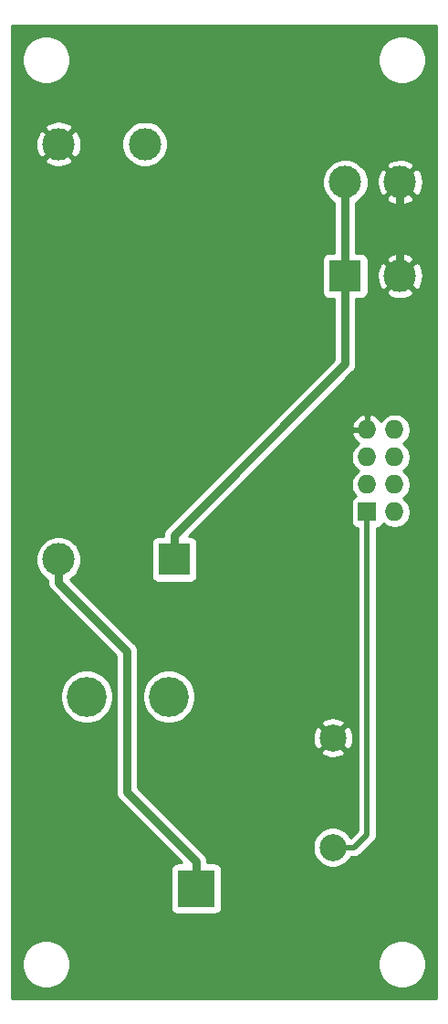
<source format=gtl>
G04 #@! TF.GenerationSoftware,KiCad,Pcbnew,(5.1.5)-3*
G04 #@! TF.CreationDate,2020-04-22T08:06:24-07:00*
G04 #@! TF.ProjectId,Plug_Pass_120V_AC_shield,506c7567-5f50-4617-9373-5f313230565f,rev?*
G04 #@! TF.SameCoordinates,Original*
G04 #@! TF.FileFunction,Copper,L1,Top*
G04 #@! TF.FilePolarity,Positive*
%FSLAX46Y46*%
G04 Gerber Fmt 4.6, Leading zero omitted, Abs format (unit mm)*
G04 Created by KiCad (PCBNEW (5.1.5)-3) date 2020-04-22 08:06:24*
%MOMM*%
%LPD*%
G04 APERTURE LIST*
%ADD10R,3.000000X3.000000*%
%ADD11C,3.000000*%
%ADD12C,2.500000*%
%ADD13R,3.500000X3.500000*%
%ADD14C,3.700000*%
%ADD15O,1.727200X1.727200*%
%ADD16R,1.727200X1.727200*%
%ADD17C,0.762000*%
%ADD18C,0.508000*%
%ADD19C,0.254000*%
G04 APERTURE END LIST*
D10*
X193509900Y-100924360D03*
D11*
X190759900Y-62424360D03*
X182759900Y-100924360D03*
X182759900Y-62424360D03*
X214444580Y-65940440D03*
X214444580Y-74640440D03*
X209364580Y-65940440D03*
D10*
X209364580Y-74640440D03*
D12*
X208223040Y-127604520D03*
X208223040Y-117444520D03*
D13*
X195523040Y-131414520D03*
D14*
X192983040Y-113634520D03*
X185363040Y-113634520D03*
D15*
X213944200Y-88900000D03*
X211404200Y-88900000D03*
X213944200Y-91440000D03*
X211404200Y-91440000D03*
X213944200Y-93980000D03*
X211404200Y-93980000D03*
X213944200Y-96520000D03*
D16*
X211404200Y-96520000D03*
D17*
X214444580Y-68061760D02*
X214444580Y-74640440D01*
X214444580Y-65940440D02*
X214444580Y-68061760D01*
D18*
X211404200Y-96520000D02*
X211404200Y-126423420D01*
X210223100Y-127604520D02*
X208223040Y-127604520D01*
X211404200Y-126423420D02*
X210223100Y-127604520D01*
D17*
X209364580Y-68061760D02*
X209364580Y-74640440D01*
X209364580Y-65940440D02*
X209364580Y-68061760D01*
X209364580Y-82807680D02*
X209364580Y-78333600D01*
X193509900Y-100924360D02*
X193509900Y-98662360D01*
X193509900Y-98662360D02*
X209364580Y-82807680D01*
X209364580Y-74640440D02*
X209364580Y-78333600D01*
X209364580Y-78333600D02*
X209364580Y-78889860D01*
X195523040Y-128902520D02*
X189113160Y-122492640D01*
X195523040Y-131414520D02*
X195523040Y-128902520D01*
X189113160Y-109398940D02*
X189113160Y-122492640D01*
X182759900Y-103045680D02*
X189113160Y-109398940D01*
X182759900Y-100924360D02*
X182759900Y-103045680D01*
D19*
G36*
X217792301Y-141592300D02*
G01*
X178447700Y-141592300D01*
X178447700Y-138205296D01*
X179328539Y-138205296D01*
X179328539Y-138654704D01*
X179416214Y-139095478D01*
X179588196Y-139510677D01*
X179837874Y-139884347D01*
X180155653Y-140202126D01*
X180529323Y-140451804D01*
X180944522Y-140623786D01*
X181385296Y-140711461D01*
X181834704Y-140711461D01*
X182275478Y-140623786D01*
X182690677Y-140451804D01*
X183064347Y-140202126D01*
X183382126Y-139884347D01*
X183631804Y-139510677D01*
X183803786Y-139095478D01*
X183891461Y-138654704D01*
X183891461Y-138205296D01*
X212348539Y-138205296D01*
X212348539Y-138654704D01*
X212436214Y-139095478D01*
X212608196Y-139510677D01*
X212857874Y-139884347D01*
X213175653Y-140202126D01*
X213549323Y-140451804D01*
X213964522Y-140623786D01*
X214405296Y-140711461D01*
X214854704Y-140711461D01*
X215295478Y-140623786D01*
X215710677Y-140451804D01*
X216084347Y-140202126D01*
X216402126Y-139884347D01*
X216651804Y-139510677D01*
X216823786Y-139095478D01*
X216911461Y-138654704D01*
X216911461Y-138205296D01*
X216823786Y-137764522D01*
X216651804Y-137349323D01*
X216402126Y-136975653D01*
X216084347Y-136657874D01*
X215710677Y-136408196D01*
X215295478Y-136236214D01*
X214854704Y-136148539D01*
X214405296Y-136148539D01*
X213964522Y-136236214D01*
X213549323Y-136408196D01*
X213175653Y-136657874D01*
X212857874Y-136975653D01*
X212608196Y-137349323D01*
X212436214Y-137764522D01*
X212348539Y-138205296D01*
X183891461Y-138205296D01*
X183803786Y-137764522D01*
X183631804Y-137349323D01*
X183382126Y-136975653D01*
X183064347Y-136657874D01*
X182690677Y-136408196D01*
X182275478Y-136236214D01*
X181834704Y-136148539D01*
X181385296Y-136148539D01*
X180944522Y-136236214D01*
X180529323Y-136408196D01*
X180155653Y-136657874D01*
X179837874Y-136975653D01*
X179588196Y-137349323D01*
X179416214Y-137764522D01*
X179328539Y-138205296D01*
X178447700Y-138205296D01*
X178447700Y-113389769D01*
X182878040Y-113389769D01*
X182878040Y-113879271D01*
X182973537Y-114359368D01*
X183160861Y-114811609D01*
X183432814Y-115218615D01*
X183778945Y-115564746D01*
X184185951Y-115836699D01*
X184638192Y-116024023D01*
X185118289Y-116119520D01*
X185607791Y-116119520D01*
X186087888Y-116024023D01*
X186540129Y-115836699D01*
X186947135Y-115564746D01*
X187293266Y-115218615D01*
X187565219Y-114811609D01*
X187752543Y-114359368D01*
X187848040Y-113879271D01*
X187848040Y-113389769D01*
X187752543Y-112909672D01*
X187565219Y-112457431D01*
X187293266Y-112050425D01*
X186947135Y-111704294D01*
X186540129Y-111432341D01*
X186087888Y-111245017D01*
X185607791Y-111149520D01*
X185118289Y-111149520D01*
X184638192Y-111245017D01*
X184185951Y-111432341D01*
X183778945Y-111704294D01*
X183432814Y-112050425D01*
X183160861Y-112457431D01*
X182973537Y-112909672D01*
X182878040Y-113389769D01*
X178447700Y-113389769D01*
X178447700Y-100714081D01*
X180624900Y-100714081D01*
X180624900Y-101134639D01*
X180706947Y-101547116D01*
X180867888Y-101935662D01*
X181101537Y-102285343D01*
X181398917Y-102582723D01*
X181743901Y-102813233D01*
X181743901Y-102995769D01*
X181738985Y-103045680D01*
X181758602Y-103244850D01*
X181816699Y-103436367D01*
X181911041Y-103612870D01*
X182038005Y-103767576D01*
X182076768Y-103799388D01*
X188097160Y-109819781D01*
X188097161Y-122442728D01*
X188092245Y-122492640D01*
X188111862Y-122691810D01*
X188169959Y-122883327D01*
X188264301Y-123059830D01*
X188391265Y-123214536D01*
X188430028Y-123246348D01*
X194210127Y-129026448D01*
X193773040Y-129026448D01*
X193648558Y-129038708D01*
X193528860Y-129075018D01*
X193418546Y-129133983D01*
X193321855Y-129213335D01*
X193242503Y-129310026D01*
X193183538Y-129420340D01*
X193147228Y-129540038D01*
X193134968Y-129664520D01*
X193134968Y-133164520D01*
X193147228Y-133289002D01*
X193183538Y-133408700D01*
X193242503Y-133519014D01*
X193321855Y-133615705D01*
X193418546Y-133695057D01*
X193528860Y-133754022D01*
X193648558Y-133790332D01*
X193773040Y-133802592D01*
X197273040Y-133802592D01*
X197397522Y-133790332D01*
X197517220Y-133754022D01*
X197627534Y-133695057D01*
X197724225Y-133615705D01*
X197803577Y-133519014D01*
X197862542Y-133408700D01*
X197898852Y-133289002D01*
X197911112Y-133164520D01*
X197911112Y-129664520D01*
X197898852Y-129540038D01*
X197862542Y-129420340D01*
X197803577Y-129310026D01*
X197724225Y-129213335D01*
X197627534Y-129133983D01*
X197517220Y-129075018D01*
X197397522Y-129038708D01*
X197273040Y-129026448D01*
X196539040Y-129026448D01*
X196539040Y-128952413D01*
X196543954Y-128902519D01*
X196539040Y-128852625D01*
X196539040Y-128852618D01*
X196524338Y-128703349D01*
X196466242Y-128511833D01*
X196371900Y-128335330D01*
X196244936Y-128180624D01*
X196206173Y-128148812D01*
X195476225Y-127418864D01*
X206338040Y-127418864D01*
X206338040Y-127790176D01*
X206410479Y-128154354D01*
X206552574Y-128497402D01*
X206758865Y-128806138D01*
X207021422Y-129068695D01*
X207330158Y-129274986D01*
X207673206Y-129417081D01*
X208037384Y-129489520D01*
X208408696Y-129489520D01*
X208772874Y-129417081D01*
X209115922Y-129274986D01*
X209424658Y-129068695D01*
X209687215Y-128806138D01*
X209893506Y-128497402D01*
X209895114Y-128493520D01*
X210179440Y-128493520D01*
X210223100Y-128497820D01*
X210266760Y-128493520D01*
X210266767Y-128493520D01*
X210397374Y-128480656D01*
X210564951Y-128429823D01*
X210719391Y-128347273D01*
X210854759Y-128236179D01*
X210882599Y-128202256D01*
X212001941Y-127082915D01*
X212035859Y-127055079D01*
X212146953Y-126919711D01*
X212229503Y-126765271D01*
X212280336Y-126597694D01*
X212293200Y-126467087D01*
X212293200Y-126467080D01*
X212297500Y-126423420D01*
X212293200Y-126379760D01*
X212293200Y-98019170D01*
X212392282Y-98009412D01*
X212511980Y-97973102D01*
X212622294Y-97914137D01*
X212718985Y-97834785D01*
X212798337Y-97738094D01*
X212857302Y-97627780D01*
X212874836Y-97569977D01*
X212988898Y-97684039D01*
X213234347Y-97848042D01*
X213507075Y-97961010D01*
X213796601Y-98018600D01*
X214091799Y-98018600D01*
X214381325Y-97961010D01*
X214654053Y-97848042D01*
X214899502Y-97684039D01*
X215108239Y-97475302D01*
X215272242Y-97229853D01*
X215385210Y-96957125D01*
X215442800Y-96667599D01*
X215442800Y-96372401D01*
X215385210Y-96082875D01*
X215272242Y-95810147D01*
X215108239Y-95564698D01*
X214899502Y-95355961D01*
X214740919Y-95250000D01*
X214899502Y-95144039D01*
X215108239Y-94935302D01*
X215272242Y-94689853D01*
X215385210Y-94417125D01*
X215442800Y-94127599D01*
X215442800Y-93832401D01*
X215385210Y-93542875D01*
X215272242Y-93270147D01*
X215108239Y-93024698D01*
X214899502Y-92815961D01*
X214740919Y-92710000D01*
X214899502Y-92604039D01*
X215108239Y-92395302D01*
X215272242Y-92149853D01*
X215385210Y-91877125D01*
X215442800Y-91587599D01*
X215442800Y-91292401D01*
X215385210Y-91002875D01*
X215272242Y-90730147D01*
X215108239Y-90484698D01*
X214899502Y-90275961D01*
X214740919Y-90170000D01*
X214899502Y-90064039D01*
X215108239Y-89855302D01*
X215272242Y-89609853D01*
X215385210Y-89337125D01*
X215442800Y-89047599D01*
X215442800Y-88752401D01*
X215385210Y-88462875D01*
X215272242Y-88190147D01*
X215108239Y-87944698D01*
X214899502Y-87735961D01*
X214654053Y-87571958D01*
X214381325Y-87458990D01*
X214091799Y-87401400D01*
X213796601Y-87401400D01*
X213507075Y-87458990D01*
X213234347Y-87571958D01*
X212988898Y-87735961D01*
X212780161Y-87944698D01*
X212672508Y-88105813D01*
X212511054Y-87889707D01*
X212292688Y-87693183D01*
X212040178Y-87543036D01*
X211763227Y-87445037D01*
X211531200Y-87565536D01*
X211531200Y-88773000D01*
X211551200Y-88773000D01*
X211551200Y-89027000D01*
X211531200Y-89027000D01*
X211531200Y-89047000D01*
X211277200Y-89047000D01*
X211277200Y-89027000D01*
X210070383Y-89027000D01*
X209949242Y-89259026D01*
X209994978Y-89409814D01*
X210121516Y-89674944D01*
X210297346Y-89910293D01*
X210515712Y-90106817D01*
X210614303Y-90165441D01*
X210448898Y-90275961D01*
X210240161Y-90484698D01*
X210076158Y-90730147D01*
X209963190Y-91002875D01*
X209905600Y-91292401D01*
X209905600Y-91587599D01*
X209963190Y-91877125D01*
X210076158Y-92149853D01*
X210240161Y-92395302D01*
X210448898Y-92604039D01*
X210607481Y-92710000D01*
X210448898Y-92815961D01*
X210240161Y-93024698D01*
X210076158Y-93270147D01*
X209963190Y-93542875D01*
X209905600Y-93832401D01*
X209905600Y-94127599D01*
X209963190Y-94417125D01*
X210076158Y-94689853D01*
X210240161Y-94935302D01*
X210354223Y-95049364D01*
X210296420Y-95066898D01*
X210186106Y-95125863D01*
X210089415Y-95205215D01*
X210010063Y-95301906D01*
X209951098Y-95412220D01*
X209914788Y-95531918D01*
X209902528Y-95656400D01*
X209902528Y-97383600D01*
X209914788Y-97508082D01*
X209951098Y-97627780D01*
X210010063Y-97738094D01*
X210089415Y-97834785D01*
X210186106Y-97914137D01*
X210296420Y-97973102D01*
X210416118Y-98009412D01*
X210515200Y-98019170D01*
X210515201Y-126055183D01*
X209879583Y-126690801D01*
X209687215Y-126402902D01*
X209424658Y-126140345D01*
X209115922Y-125934054D01*
X208772874Y-125791959D01*
X208408696Y-125719520D01*
X208037384Y-125719520D01*
X207673206Y-125791959D01*
X207330158Y-125934054D01*
X207021422Y-126140345D01*
X206758865Y-126402902D01*
X206552574Y-126711638D01*
X206410479Y-127054686D01*
X206338040Y-127418864D01*
X195476225Y-127418864D01*
X190129160Y-122071800D01*
X190129160Y-118758125D01*
X207089040Y-118758125D01*
X207214954Y-119048097D01*
X207547166Y-119213953D01*
X207905352Y-119311810D01*
X208275746Y-119337909D01*
X208644115Y-119291245D01*
X208996302Y-119173614D01*
X209231126Y-119048097D01*
X209357040Y-118758125D01*
X208223040Y-117624125D01*
X207089040Y-118758125D01*
X190129160Y-118758125D01*
X190129160Y-117497226D01*
X206329651Y-117497226D01*
X206376315Y-117865595D01*
X206493946Y-118217782D01*
X206619463Y-118452606D01*
X206909435Y-118578520D01*
X208043435Y-117444520D01*
X208402645Y-117444520D01*
X209536645Y-118578520D01*
X209826617Y-118452606D01*
X209992473Y-118120394D01*
X210090330Y-117762208D01*
X210116429Y-117391814D01*
X210069765Y-117023445D01*
X209952134Y-116671258D01*
X209826617Y-116436434D01*
X209536645Y-116310520D01*
X208402645Y-117444520D01*
X208043435Y-117444520D01*
X206909435Y-116310520D01*
X206619463Y-116436434D01*
X206453607Y-116768646D01*
X206355750Y-117126832D01*
X206329651Y-117497226D01*
X190129160Y-117497226D01*
X190129160Y-116130915D01*
X207089040Y-116130915D01*
X208223040Y-117264915D01*
X209357040Y-116130915D01*
X209231126Y-115840943D01*
X208898914Y-115675087D01*
X208540728Y-115577230D01*
X208170334Y-115551131D01*
X207801965Y-115597795D01*
X207449778Y-115715426D01*
X207214954Y-115840943D01*
X207089040Y-116130915D01*
X190129160Y-116130915D01*
X190129160Y-113389769D01*
X190498040Y-113389769D01*
X190498040Y-113879271D01*
X190593537Y-114359368D01*
X190780861Y-114811609D01*
X191052814Y-115218615D01*
X191398945Y-115564746D01*
X191805951Y-115836699D01*
X192258192Y-116024023D01*
X192738289Y-116119520D01*
X193227791Y-116119520D01*
X193707888Y-116024023D01*
X194160129Y-115836699D01*
X194567135Y-115564746D01*
X194913266Y-115218615D01*
X195185219Y-114811609D01*
X195372543Y-114359368D01*
X195468040Y-113879271D01*
X195468040Y-113389769D01*
X195372543Y-112909672D01*
X195185219Y-112457431D01*
X194913266Y-112050425D01*
X194567135Y-111704294D01*
X194160129Y-111432341D01*
X193707888Y-111245017D01*
X193227791Y-111149520D01*
X192738289Y-111149520D01*
X192258192Y-111245017D01*
X191805951Y-111432341D01*
X191398945Y-111704294D01*
X191052814Y-112050425D01*
X190780861Y-112457431D01*
X190593537Y-112909672D01*
X190498040Y-113389769D01*
X190129160Y-113389769D01*
X190129160Y-109448833D01*
X190134074Y-109398939D01*
X190129160Y-109349045D01*
X190129160Y-109349038D01*
X190114458Y-109199769D01*
X190056362Y-109008253D01*
X189962020Y-108831750D01*
X189835056Y-108677044D01*
X189796293Y-108645232D01*
X183888833Y-102737773D01*
X184120883Y-102582723D01*
X184418263Y-102285343D01*
X184651912Y-101935662D01*
X184812853Y-101547116D01*
X184894900Y-101134639D01*
X184894900Y-100714081D01*
X184812853Y-100301604D01*
X184651912Y-99913058D01*
X184418263Y-99563377D01*
X184279246Y-99424360D01*
X191371828Y-99424360D01*
X191371828Y-102424360D01*
X191384088Y-102548842D01*
X191420398Y-102668540D01*
X191479363Y-102778854D01*
X191558715Y-102875545D01*
X191655406Y-102954897D01*
X191765720Y-103013862D01*
X191885418Y-103050172D01*
X192009900Y-103062432D01*
X195009900Y-103062432D01*
X195134382Y-103050172D01*
X195254080Y-103013862D01*
X195364394Y-102954897D01*
X195461085Y-102875545D01*
X195540437Y-102778854D01*
X195599402Y-102668540D01*
X195635712Y-102548842D01*
X195647972Y-102424360D01*
X195647972Y-99424360D01*
X195635712Y-99299878D01*
X195599402Y-99180180D01*
X195540437Y-99069866D01*
X195461085Y-98973175D01*
X195364394Y-98893823D01*
X195254080Y-98834858D01*
X195134382Y-98798548D01*
X195009900Y-98786288D01*
X194822812Y-98786288D01*
X205068126Y-88540974D01*
X209949242Y-88540974D01*
X210070383Y-88773000D01*
X211277200Y-88773000D01*
X211277200Y-87565536D01*
X211045173Y-87445037D01*
X210768222Y-87543036D01*
X210515712Y-87693183D01*
X210297346Y-87889707D01*
X210121516Y-88125056D01*
X209994978Y-88390186D01*
X209949242Y-88540974D01*
X205068126Y-88540974D01*
X210047713Y-83561388D01*
X210086476Y-83529576D01*
X210213440Y-83374870D01*
X210307782Y-83198367D01*
X210365878Y-83006851D01*
X210380580Y-82857582D01*
X210380580Y-82857575D01*
X210385494Y-82807681D01*
X210380580Y-82757787D01*
X210380580Y-76778512D01*
X210864580Y-76778512D01*
X210989062Y-76766252D01*
X211108760Y-76729942D01*
X211219074Y-76670977D01*
X211315765Y-76591625D01*
X211395117Y-76494934D01*
X211454082Y-76384620D01*
X211490392Y-76264922D01*
X211502652Y-76140440D01*
X211502652Y-76132093D01*
X213132532Y-76132093D01*
X213288542Y-76447654D01*
X213663325Y-76638460D01*
X214068131Y-76752484D01*
X214487404Y-76785342D01*
X214905031Y-76735774D01*
X215304963Y-76605683D01*
X215600618Y-76447654D01*
X215756628Y-76132093D01*
X214444580Y-74820045D01*
X213132532Y-76132093D01*
X211502652Y-76132093D01*
X211502652Y-74683264D01*
X212299678Y-74683264D01*
X212349246Y-75100891D01*
X212479337Y-75500823D01*
X212637366Y-75796478D01*
X212952927Y-75952488D01*
X214264975Y-74640440D01*
X214624185Y-74640440D01*
X215936233Y-75952488D01*
X216251794Y-75796478D01*
X216442600Y-75421695D01*
X216556624Y-75016889D01*
X216589482Y-74597616D01*
X216539914Y-74179989D01*
X216409823Y-73780057D01*
X216251794Y-73484402D01*
X215936233Y-73328392D01*
X214624185Y-74640440D01*
X214264975Y-74640440D01*
X212952927Y-73328392D01*
X212637366Y-73484402D01*
X212446560Y-73859185D01*
X212332536Y-74263991D01*
X212299678Y-74683264D01*
X211502652Y-74683264D01*
X211502652Y-73148787D01*
X213132532Y-73148787D01*
X214444580Y-74460835D01*
X215756628Y-73148787D01*
X215600618Y-72833226D01*
X215225835Y-72642420D01*
X214821029Y-72528396D01*
X214401756Y-72495538D01*
X213984129Y-72545106D01*
X213584197Y-72675197D01*
X213288542Y-72833226D01*
X213132532Y-73148787D01*
X211502652Y-73148787D01*
X211502652Y-73140440D01*
X211490392Y-73015958D01*
X211454082Y-72896260D01*
X211395117Y-72785946D01*
X211315765Y-72689255D01*
X211219074Y-72609903D01*
X211108760Y-72550938D01*
X210989062Y-72514628D01*
X210864580Y-72502368D01*
X210380580Y-72502368D01*
X210380580Y-67829313D01*
X210725563Y-67598803D01*
X210892273Y-67432093D01*
X213132532Y-67432093D01*
X213288542Y-67747654D01*
X213663325Y-67938460D01*
X214068131Y-68052484D01*
X214487404Y-68085342D01*
X214905031Y-68035774D01*
X215304963Y-67905683D01*
X215600618Y-67747654D01*
X215756628Y-67432093D01*
X214444580Y-66120045D01*
X213132532Y-67432093D01*
X210892273Y-67432093D01*
X211022943Y-67301423D01*
X211256592Y-66951742D01*
X211417533Y-66563196D01*
X211499580Y-66150719D01*
X211499580Y-65983264D01*
X212299678Y-65983264D01*
X212349246Y-66400891D01*
X212479337Y-66800823D01*
X212637366Y-67096478D01*
X212952927Y-67252488D01*
X214264975Y-65940440D01*
X214624185Y-65940440D01*
X215936233Y-67252488D01*
X216251794Y-67096478D01*
X216442600Y-66721695D01*
X216556624Y-66316889D01*
X216589482Y-65897616D01*
X216539914Y-65479989D01*
X216409823Y-65080057D01*
X216251794Y-64784402D01*
X215936233Y-64628392D01*
X214624185Y-65940440D01*
X214264975Y-65940440D01*
X212952927Y-64628392D01*
X212637366Y-64784402D01*
X212446560Y-65159185D01*
X212332536Y-65563991D01*
X212299678Y-65983264D01*
X211499580Y-65983264D01*
X211499580Y-65730161D01*
X211417533Y-65317684D01*
X211256592Y-64929138D01*
X211022943Y-64579457D01*
X210892273Y-64448787D01*
X213132532Y-64448787D01*
X214444580Y-65760835D01*
X215756628Y-64448787D01*
X215600618Y-64133226D01*
X215225835Y-63942420D01*
X214821029Y-63828396D01*
X214401756Y-63795538D01*
X213984129Y-63845106D01*
X213584197Y-63975197D01*
X213288542Y-64133226D01*
X213132532Y-64448787D01*
X210892273Y-64448787D01*
X210725563Y-64282077D01*
X210375882Y-64048428D01*
X209987336Y-63887487D01*
X209574859Y-63805440D01*
X209154301Y-63805440D01*
X208741824Y-63887487D01*
X208353278Y-64048428D01*
X208003597Y-64282077D01*
X207706217Y-64579457D01*
X207472568Y-64929138D01*
X207311627Y-65317684D01*
X207229580Y-65730161D01*
X207229580Y-66150719D01*
X207311627Y-66563196D01*
X207472568Y-66951742D01*
X207706217Y-67301423D01*
X208003597Y-67598803D01*
X208348581Y-67829313D01*
X208348581Y-68011849D01*
X208348580Y-68011859D01*
X208348581Y-72502368D01*
X207864580Y-72502368D01*
X207740098Y-72514628D01*
X207620400Y-72550938D01*
X207510086Y-72609903D01*
X207413395Y-72689255D01*
X207334043Y-72785946D01*
X207275078Y-72896260D01*
X207238768Y-73015958D01*
X207226508Y-73140440D01*
X207226508Y-76140440D01*
X207238768Y-76264922D01*
X207275078Y-76384620D01*
X207334043Y-76494934D01*
X207413395Y-76591625D01*
X207510086Y-76670977D01*
X207620400Y-76729942D01*
X207740098Y-76766252D01*
X207864580Y-76778512D01*
X208348581Y-76778512D01*
X208348581Y-78283689D01*
X208348580Y-78283699D01*
X208348580Y-78939762D01*
X208348581Y-78939771D01*
X208348580Y-82386839D01*
X192826768Y-97908652D01*
X192788005Y-97940464D01*
X192661041Y-98095170D01*
X192566699Y-98271673D01*
X192508602Y-98463190D01*
X192488985Y-98662360D01*
X192493901Y-98712271D01*
X192493901Y-98786288D01*
X192009900Y-98786288D01*
X191885418Y-98798548D01*
X191765720Y-98834858D01*
X191655406Y-98893823D01*
X191558715Y-98973175D01*
X191479363Y-99069866D01*
X191420398Y-99180180D01*
X191384088Y-99299878D01*
X191371828Y-99424360D01*
X184279246Y-99424360D01*
X184120883Y-99265997D01*
X183771202Y-99032348D01*
X183382656Y-98871407D01*
X182970179Y-98789360D01*
X182549621Y-98789360D01*
X182137144Y-98871407D01*
X181748598Y-99032348D01*
X181398917Y-99265997D01*
X181101537Y-99563377D01*
X180867888Y-99913058D01*
X180706947Y-100301604D01*
X180624900Y-100714081D01*
X178447700Y-100714081D01*
X178447700Y-63916013D01*
X181447852Y-63916013D01*
X181603862Y-64231574D01*
X181978645Y-64422380D01*
X182383451Y-64536404D01*
X182802724Y-64569262D01*
X183220351Y-64519694D01*
X183620283Y-64389603D01*
X183915938Y-64231574D01*
X184071948Y-63916013D01*
X182759900Y-62603965D01*
X181447852Y-63916013D01*
X178447700Y-63916013D01*
X178447700Y-62467184D01*
X180614998Y-62467184D01*
X180664566Y-62884811D01*
X180794657Y-63284743D01*
X180952686Y-63580398D01*
X181268247Y-63736408D01*
X182580295Y-62424360D01*
X182939505Y-62424360D01*
X184251553Y-63736408D01*
X184567114Y-63580398D01*
X184757920Y-63205615D01*
X184871944Y-62800809D01*
X184904802Y-62381536D01*
X184884927Y-62214081D01*
X188624900Y-62214081D01*
X188624900Y-62634639D01*
X188706947Y-63047116D01*
X188867888Y-63435662D01*
X189101537Y-63785343D01*
X189398917Y-64082723D01*
X189748598Y-64316372D01*
X190137144Y-64477313D01*
X190549621Y-64559360D01*
X190970179Y-64559360D01*
X191382656Y-64477313D01*
X191771202Y-64316372D01*
X192120883Y-64082723D01*
X192418263Y-63785343D01*
X192651912Y-63435662D01*
X192812853Y-63047116D01*
X192894900Y-62634639D01*
X192894900Y-62214081D01*
X192812853Y-61801604D01*
X192651912Y-61413058D01*
X192418263Y-61063377D01*
X192120883Y-60765997D01*
X191771202Y-60532348D01*
X191382656Y-60371407D01*
X190970179Y-60289360D01*
X190549621Y-60289360D01*
X190137144Y-60371407D01*
X189748598Y-60532348D01*
X189398917Y-60765997D01*
X189101537Y-61063377D01*
X188867888Y-61413058D01*
X188706947Y-61801604D01*
X188624900Y-62214081D01*
X184884927Y-62214081D01*
X184855234Y-61963909D01*
X184725143Y-61563977D01*
X184567114Y-61268322D01*
X184251553Y-61112312D01*
X182939505Y-62424360D01*
X182580295Y-62424360D01*
X181268247Y-61112312D01*
X180952686Y-61268322D01*
X180761880Y-61643105D01*
X180647856Y-62047911D01*
X180614998Y-62467184D01*
X178447700Y-62467184D01*
X178447700Y-60932707D01*
X181447852Y-60932707D01*
X182759900Y-62244755D01*
X184071948Y-60932707D01*
X183915938Y-60617146D01*
X183541155Y-60426340D01*
X183136349Y-60312316D01*
X182717076Y-60279458D01*
X182299449Y-60329026D01*
X181899517Y-60459117D01*
X181603862Y-60617146D01*
X181447852Y-60932707D01*
X178447700Y-60932707D01*
X178447700Y-54385296D01*
X179328539Y-54385296D01*
X179328539Y-54834704D01*
X179416214Y-55275478D01*
X179588196Y-55690677D01*
X179837874Y-56064347D01*
X180155653Y-56382126D01*
X180529323Y-56631804D01*
X180944522Y-56803786D01*
X181385296Y-56891461D01*
X181834704Y-56891461D01*
X182275478Y-56803786D01*
X182690677Y-56631804D01*
X183064347Y-56382126D01*
X183382126Y-56064347D01*
X183631804Y-55690677D01*
X183803786Y-55275478D01*
X183891461Y-54834704D01*
X183891461Y-54385296D01*
X212348539Y-54385296D01*
X212348539Y-54834704D01*
X212436214Y-55275478D01*
X212608196Y-55690677D01*
X212857874Y-56064347D01*
X213175653Y-56382126D01*
X213549323Y-56631804D01*
X213964522Y-56803786D01*
X214405296Y-56891461D01*
X214854704Y-56891461D01*
X215295478Y-56803786D01*
X215710677Y-56631804D01*
X216084347Y-56382126D01*
X216402126Y-56064347D01*
X216651804Y-55690677D01*
X216823786Y-55275478D01*
X216911461Y-54834704D01*
X216911461Y-54385296D01*
X216823786Y-53944522D01*
X216651804Y-53529323D01*
X216402126Y-53155653D01*
X216084347Y-52837874D01*
X215710677Y-52588196D01*
X215295478Y-52416214D01*
X214854704Y-52328539D01*
X214405296Y-52328539D01*
X213964522Y-52416214D01*
X213549323Y-52588196D01*
X213175653Y-52837874D01*
X212857874Y-53155653D01*
X212608196Y-53529323D01*
X212436214Y-53944522D01*
X212348539Y-54385296D01*
X183891461Y-54385296D01*
X183803786Y-53944522D01*
X183631804Y-53529323D01*
X183382126Y-53155653D01*
X183064347Y-52837874D01*
X182690677Y-52588196D01*
X182275478Y-52416214D01*
X181834704Y-52328539D01*
X181385296Y-52328539D01*
X180944522Y-52416214D01*
X180529323Y-52588196D01*
X180155653Y-52837874D01*
X179837874Y-53155653D01*
X179588196Y-53529323D01*
X179416214Y-53944522D01*
X179328539Y-54385296D01*
X178447700Y-54385296D01*
X178447700Y-51447700D01*
X217792300Y-51447700D01*
X217792301Y-141592300D01*
G37*
X217792301Y-141592300D02*
X178447700Y-141592300D01*
X178447700Y-138205296D01*
X179328539Y-138205296D01*
X179328539Y-138654704D01*
X179416214Y-139095478D01*
X179588196Y-139510677D01*
X179837874Y-139884347D01*
X180155653Y-140202126D01*
X180529323Y-140451804D01*
X180944522Y-140623786D01*
X181385296Y-140711461D01*
X181834704Y-140711461D01*
X182275478Y-140623786D01*
X182690677Y-140451804D01*
X183064347Y-140202126D01*
X183382126Y-139884347D01*
X183631804Y-139510677D01*
X183803786Y-139095478D01*
X183891461Y-138654704D01*
X183891461Y-138205296D01*
X212348539Y-138205296D01*
X212348539Y-138654704D01*
X212436214Y-139095478D01*
X212608196Y-139510677D01*
X212857874Y-139884347D01*
X213175653Y-140202126D01*
X213549323Y-140451804D01*
X213964522Y-140623786D01*
X214405296Y-140711461D01*
X214854704Y-140711461D01*
X215295478Y-140623786D01*
X215710677Y-140451804D01*
X216084347Y-140202126D01*
X216402126Y-139884347D01*
X216651804Y-139510677D01*
X216823786Y-139095478D01*
X216911461Y-138654704D01*
X216911461Y-138205296D01*
X216823786Y-137764522D01*
X216651804Y-137349323D01*
X216402126Y-136975653D01*
X216084347Y-136657874D01*
X215710677Y-136408196D01*
X215295478Y-136236214D01*
X214854704Y-136148539D01*
X214405296Y-136148539D01*
X213964522Y-136236214D01*
X213549323Y-136408196D01*
X213175653Y-136657874D01*
X212857874Y-136975653D01*
X212608196Y-137349323D01*
X212436214Y-137764522D01*
X212348539Y-138205296D01*
X183891461Y-138205296D01*
X183803786Y-137764522D01*
X183631804Y-137349323D01*
X183382126Y-136975653D01*
X183064347Y-136657874D01*
X182690677Y-136408196D01*
X182275478Y-136236214D01*
X181834704Y-136148539D01*
X181385296Y-136148539D01*
X180944522Y-136236214D01*
X180529323Y-136408196D01*
X180155653Y-136657874D01*
X179837874Y-136975653D01*
X179588196Y-137349323D01*
X179416214Y-137764522D01*
X179328539Y-138205296D01*
X178447700Y-138205296D01*
X178447700Y-113389769D01*
X182878040Y-113389769D01*
X182878040Y-113879271D01*
X182973537Y-114359368D01*
X183160861Y-114811609D01*
X183432814Y-115218615D01*
X183778945Y-115564746D01*
X184185951Y-115836699D01*
X184638192Y-116024023D01*
X185118289Y-116119520D01*
X185607791Y-116119520D01*
X186087888Y-116024023D01*
X186540129Y-115836699D01*
X186947135Y-115564746D01*
X187293266Y-115218615D01*
X187565219Y-114811609D01*
X187752543Y-114359368D01*
X187848040Y-113879271D01*
X187848040Y-113389769D01*
X187752543Y-112909672D01*
X187565219Y-112457431D01*
X187293266Y-112050425D01*
X186947135Y-111704294D01*
X186540129Y-111432341D01*
X186087888Y-111245017D01*
X185607791Y-111149520D01*
X185118289Y-111149520D01*
X184638192Y-111245017D01*
X184185951Y-111432341D01*
X183778945Y-111704294D01*
X183432814Y-112050425D01*
X183160861Y-112457431D01*
X182973537Y-112909672D01*
X182878040Y-113389769D01*
X178447700Y-113389769D01*
X178447700Y-100714081D01*
X180624900Y-100714081D01*
X180624900Y-101134639D01*
X180706947Y-101547116D01*
X180867888Y-101935662D01*
X181101537Y-102285343D01*
X181398917Y-102582723D01*
X181743901Y-102813233D01*
X181743901Y-102995769D01*
X181738985Y-103045680D01*
X181758602Y-103244850D01*
X181816699Y-103436367D01*
X181911041Y-103612870D01*
X182038005Y-103767576D01*
X182076768Y-103799388D01*
X188097160Y-109819781D01*
X188097161Y-122442728D01*
X188092245Y-122492640D01*
X188111862Y-122691810D01*
X188169959Y-122883327D01*
X188264301Y-123059830D01*
X188391265Y-123214536D01*
X188430028Y-123246348D01*
X194210127Y-129026448D01*
X193773040Y-129026448D01*
X193648558Y-129038708D01*
X193528860Y-129075018D01*
X193418546Y-129133983D01*
X193321855Y-129213335D01*
X193242503Y-129310026D01*
X193183538Y-129420340D01*
X193147228Y-129540038D01*
X193134968Y-129664520D01*
X193134968Y-133164520D01*
X193147228Y-133289002D01*
X193183538Y-133408700D01*
X193242503Y-133519014D01*
X193321855Y-133615705D01*
X193418546Y-133695057D01*
X193528860Y-133754022D01*
X193648558Y-133790332D01*
X193773040Y-133802592D01*
X197273040Y-133802592D01*
X197397522Y-133790332D01*
X197517220Y-133754022D01*
X197627534Y-133695057D01*
X197724225Y-133615705D01*
X197803577Y-133519014D01*
X197862542Y-133408700D01*
X197898852Y-133289002D01*
X197911112Y-133164520D01*
X197911112Y-129664520D01*
X197898852Y-129540038D01*
X197862542Y-129420340D01*
X197803577Y-129310026D01*
X197724225Y-129213335D01*
X197627534Y-129133983D01*
X197517220Y-129075018D01*
X197397522Y-129038708D01*
X197273040Y-129026448D01*
X196539040Y-129026448D01*
X196539040Y-128952413D01*
X196543954Y-128902519D01*
X196539040Y-128852625D01*
X196539040Y-128852618D01*
X196524338Y-128703349D01*
X196466242Y-128511833D01*
X196371900Y-128335330D01*
X196244936Y-128180624D01*
X196206173Y-128148812D01*
X195476225Y-127418864D01*
X206338040Y-127418864D01*
X206338040Y-127790176D01*
X206410479Y-128154354D01*
X206552574Y-128497402D01*
X206758865Y-128806138D01*
X207021422Y-129068695D01*
X207330158Y-129274986D01*
X207673206Y-129417081D01*
X208037384Y-129489520D01*
X208408696Y-129489520D01*
X208772874Y-129417081D01*
X209115922Y-129274986D01*
X209424658Y-129068695D01*
X209687215Y-128806138D01*
X209893506Y-128497402D01*
X209895114Y-128493520D01*
X210179440Y-128493520D01*
X210223100Y-128497820D01*
X210266760Y-128493520D01*
X210266767Y-128493520D01*
X210397374Y-128480656D01*
X210564951Y-128429823D01*
X210719391Y-128347273D01*
X210854759Y-128236179D01*
X210882599Y-128202256D01*
X212001941Y-127082915D01*
X212035859Y-127055079D01*
X212146953Y-126919711D01*
X212229503Y-126765271D01*
X212280336Y-126597694D01*
X212293200Y-126467087D01*
X212293200Y-126467080D01*
X212297500Y-126423420D01*
X212293200Y-126379760D01*
X212293200Y-98019170D01*
X212392282Y-98009412D01*
X212511980Y-97973102D01*
X212622294Y-97914137D01*
X212718985Y-97834785D01*
X212798337Y-97738094D01*
X212857302Y-97627780D01*
X212874836Y-97569977D01*
X212988898Y-97684039D01*
X213234347Y-97848042D01*
X213507075Y-97961010D01*
X213796601Y-98018600D01*
X214091799Y-98018600D01*
X214381325Y-97961010D01*
X214654053Y-97848042D01*
X214899502Y-97684039D01*
X215108239Y-97475302D01*
X215272242Y-97229853D01*
X215385210Y-96957125D01*
X215442800Y-96667599D01*
X215442800Y-96372401D01*
X215385210Y-96082875D01*
X215272242Y-95810147D01*
X215108239Y-95564698D01*
X214899502Y-95355961D01*
X214740919Y-95250000D01*
X214899502Y-95144039D01*
X215108239Y-94935302D01*
X215272242Y-94689853D01*
X215385210Y-94417125D01*
X215442800Y-94127599D01*
X215442800Y-93832401D01*
X215385210Y-93542875D01*
X215272242Y-93270147D01*
X215108239Y-93024698D01*
X214899502Y-92815961D01*
X214740919Y-92710000D01*
X214899502Y-92604039D01*
X215108239Y-92395302D01*
X215272242Y-92149853D01*
X215385210Y-91877125D01*
X215442800Y-91587599D01*
X215442800Y-91292401D01*
X215385210Y-91002875D01*
X215272242Y-90730147D01*
X215108239Y-90484698D01*
X214899502Y-90275961D01*
X214740919Y-90170000D01*
X214899502Y-90064039D01*
X215108239Y-89855302D01*
X215272242Y-89609853D01*
X215385210Y-89337125D01*
X215442800Y-89047599D01*
X215442800Y-88752401D01*
X215385210Y-88462875D01*
X215272242Y-88190147D01*
X215108239Y-87944698D01*
X214899502Y-87735961D01*
X214654053Y-87571958D01*
X214381325Y-87458990D01*
X214091799Y-87401400D01*
X213796601Y-87401400D01*
X213507075Y-87458990D01*
X213234347Y-87571958D01*
X212988898Y-87735961D01*
X212780161Y-87944698D01*
X212672508Y-88105813D01*
X212511054Y-87889707D01*
X212292688Y-87693183D01*
X212040178Y-87543036D01*
X211763227Y-87445037D01*
X211531200Y-87565536D01*
X211531200Y-88773000D01*
X211551200Y-88773000D01*
X211551200Y-89027000D01*
X211531200Y-89027000D01*
X211531200Y-89047000D01*
X211277200Y-89047000D01*
X211277200Y-89027000D01*
X210070383Y-89027000D01*
X209949242Y-89259026D01*
X209994978Y-89409814D01*
X210121516Y-89674944D01*
X210297346Y-89910293D01*
X210515712Y-90106817D01*
X210614303Y-90165441D01*
X210448898Y-90275961D01*
X210240161Y-90484698D01*
X210076158Y-90730147D01*
X209963190Y-91002875D01*
X209905600Y-91292401D01*
X209905600Y-91587599D01*
X209963190Y-91877125D01*
X210076158Y-92149853D01*
X210240161Y-92395302D01*
X210448898Y-92604039D01*
X210607481Y-92710000D01*
X210448898Y-92815961D01*
X210240161Y-93024698D01*
X210076158Y-93270147D01*
X209963190Y-93542875D01*
X209905600Y-93832401D01*
X209905600Y-94127599D01*
X209963190Y-94417125D01*
X210076158Y-94689853D01*
X210240161Y-94935302D01*
X210354223Y-95049364D01*
X210296420Y-95066898D01*
X210186106Y-95125863D01*
X210089415Y-95205215D01*
X210010063Y-95301906D01*
X209951098Y-95412220D01*
X209914788Y-95531918D01*
X209902528Y-95656400D01*
X209902528Y-97383600D01*
X209914788Y-97508082D01*
X209951098Y-97627780D01*
X210010063Y-97738094D01*
X210089415Y-97834785D01*
X210186106Y-97914137D01*
X210296420Y-97973102D01*
X210416118Y-98009412D01*
X210515200Y-98019170D01*
X210515201Y-126055183D01*
X209879583Y-126690801D01*
X209687215Y-126402902D01*
X209424658Y-126140345D01*
X209115922Y-125934054D01*
X208772874Y-125791959D01*
X208408696Y-125719520D01*
X208037384Y-125719520D01*
X207673206Y-125791959D01*
X207330158Y-125934054D01*
X207021422Y-126140345D01*
X206758865Y-126402902D01*
X206552574Y-126711638D01*
X206410479Y-127054686D01*
X206338040Y-127418864D01*
X195476225Y-127418864D01*
X190129160Y-122071800D01*
X190129160Y-118758125D01*
X207089040Y-118758125D01*
X207214954Y-119048097D01*
X207547166Y-119213953D01*
X207905352Y-119311810D01*
X208275746Y-119337909D01*
X208644115Y-119291245D01*
X208996302Y-119173614D01*
X209231126Y-119048097D01*
X209357040Y-118758125D01*
X208223040Y-117624125D01*
X207089040Y-118758125D01*
X190129160Y-118758125D01*
X190129160Y-117497226D01*
X206329651Y-117497226D01*
X206376315Y-117865595D01*
X206493946Y-118217782D01*
X206619463Y-118452606D01*
X206909435Y-118578520D01*
X208043435Y-117444520D01*
X208402645Y-117444520D01*
X209536645Y-118578520D01*
X209826617Y-118452606D01*
X209992473Y-118120394D01*
X210090330Y-117762208D01*
X210116429Y-117391814D01*
X210069765Y-117023445D01*
X209952134Y-116671258D01*
X209826617Y-116436434D01*
X209536645Y-116310520D01*
X208402645Y-117444520D01*
X208043435Y-117444520D01*
X206909435Y-116310520D01*
X206619463Y-116436434D01*
X206453607Y-116768646D01*
X206355750Y-117126832D01*
X206329651Y-117497226D01*
X190129160Y-117497226D01*
X190129160Y-116130915D01*
X207089040Y-116130915D01*
X208223040Y-117264915D01*
X209357040Y-116130915D01*
X209231126Y-115840943D01*
X208898914Y-115675087D01*
X208540728Y-115577230D01*
X208170334Y-115551131D01*
X207801965Y-115597795D01*
X207449778Y-115715426D01*
X207214954Y-115840943D01*
X207089040Y-116130915D01*
X190129160Y-116130915D01*
X190129160Y-113389769D01*
X190498040Y-113389769D01*
X190498040Y-113879271D01*
X190593537Y-114359368D01*
X190780861Y-114811609D01*
X191052814Y-115218615D01*
X191398945Y-115564746D01*
X191805951Y-115836699D01*
X192258192Y-116024023D01*
X192738289Y-116119520D01*
X193227791Y-116119520D01*
X193707888Y-116024023D01*
X194160129Y-115836699D01*
X194567135Y-115564746D01*
X194913266Y-115218615D01*
X195185219Y-114811609D01*
X195372543Y-114359368D01*
X195468040Y-113879271D01*
X195468040Y-113389769D01*
X195372543Y-112909672D01*
X195185219Y-112457431D01*
X194913266Y-112050425D01*
X194567135Y-111704294D01*
X194160129Y-111432341D01*
X193707888Y-111245017D01*
X193227791Y-111149520D01*
X192738289Y-111149520D01*
X192258192Y-111245017D01*
X191805951Y-111432341D01*
X191398945Y-111704294D01*
X191052814Y-112050425D01*
X190780861Y-112457431D01*
X190593537Y-112909672D01*
X190498040Y-113389769D01*
X190129160Y-113389769D01*
X190129160Y-109448833D01*
X190134074Y-109398939D01*
X190129160Y-109349045D01*
X190129160Y-109349038D01*
X190114458Y-109199769D01*
X190056362Y-109008253D01*
X189962020Y-108831750D01*
X189835056Y-108677044D01*
X189796293Y-108645232D01*
X183888833Y-102737773D01*
X184120883Y-102582723D01*
X184418263Y-102285343D01*
X184651912Y-101935662D01*
X184812853Y-101547116D01*
X184894900Y-101134639D01*
X184894900Y-100714081D01*
X184812853Y-100301604D01*
X184651912Y-99913058D01*
X184418263Y-99563377D01*
X184279246Y-99424360D01*
X191371828Y-99424360D01*
X191371828Y-102424360D01*
X191384088Y-102548842D01*
X191420398Y-102668540D01*
X191479363Y-102778854D01*
X191558715Y-102875545D01*
X191655406Y-102954897D01*
X191765720Y-103013862D01*
X191885418Y-103050172D01*
X192009900Y-103062432D01*
X195009900Y-103062432D01*
X195134382Y-103050172D01*
X195254080Y-103013862D01*
X195364394Y-102954897D01*
X195461085Y-102875545D01*
X195540437Y-102778854D01*
X195599402Y-102668540D01*
X195635712Y-102548842D01*
X195647972Y-102424360D01*
X195647972Y-99424360D01*
X195635712Y-99299878D01*
X195599402Y-99180180D01*
X195540437Y-99069866D01*
X195461085Y-98973175D01*
X195364394Y-98893823D01*
X195254080Y-98834858D01*
X195134382Y-98798548D01*
X195009900Y-98786288D01*
X194822812Y-98786288D01*
X205068126Y-88540974D01*
X209949242Y-88540974D01*
X210070383Y-88773000D01*
X211277200Y-88773000D01*
X211277200Y-87565536D01*
X211045173Y-87445037D01*
X210768222Y-87543036D01*
X210515712Y-87693183D01*
X210297346Y-87889707D01*
X210121516Y-88125056D01*
X209994978Y-88390186D01*
X209949242Y-88540974D01*
X205068126Y-88540974D01*
X210047713Y-83561388D01*
X210086476Y-83529576D01*
X210213440Y-83374870D01*
X210307782Y-83198367D01*
X210365878Y-83006851D01*
X210380580Y-82857582D01*
X210380580Y-82857575D01*
X210385494Y-82807681D01*
X210380580Y-82757787D01*
X210380580Y-76778512D01*
X210864580Y-76778512D01*
X210989062Y-76766252D01*
X211108760Y-76729942D01*
X211219074Y-76670977D01*
X211315765Y-76591625D01*
X211395117Y-76494934D01*
X211454082Y-76384620D01*
X211490392Y-76264922D01*
X211502652Y-76140440D01*
X211502652Y-76132093D01*
X213132532Y-76132093D01*
X213288542Y-76447654D01*
X213663325Y-76638460D01*
X214068131Y-76752484D01*
X214487404Y-76785342D01*
X214905031Y-76735774D01*
X215304963Y-76605683D01*
X215600618Y-76447654D01*
X215756628Y-76132093D01*
X214444580Y-74820045D01*
X213132532Y-76132093D01*
X211502652Y-76132093D01*
X211502652Y-74683264D01*
X212299678Y-74683264D01*
X212349246Y-75100891D01*
X212479337Y-75500823D01*
X212637366Y-75796478D01*
X212952927Y-75952488D01*
X214264975Y-74640440D01*
X214624185Y-74640440D01*
X215936233Y-75952488D01*
X216251794Y-75796478D01*
X216442600Y-75421695D01*
X216556624Y-75016889D01*
X216589482Y-74597616D01*
X216539914Y-74179989D01*
X216409823Y-73780057D01*
X216251794Y-73484402D01*
X215936233Y-73328392D01*
X214624185Y-74640440D01*
X214264975Y-74640440D01*
X212952927Y-73328392D01*
X212637366Y-73484402D01*
X212446560Y-73859185D01*
X212332536Y-74263991D01*
X212299678Y-74683264D01*
X211502652Y-74683264D01*
X211502652Y-73148787D01*
X213132532Y-73148787D01*
X214444580Y-74460835D01*
X215756628Y-73148787D01*
X215600618Y-72833226D01*
X215225835Y-72642420D01*
X214821029Y-72528396D01*
X214401756Y-72495538D01*
X213984129Y-72545106D01*
X213584197Y-72675197D01*
X213288542Y-72833226D01*
X213132532Y-73148787D01*
X211502652Y-73148787D01*
X211502652Y-73140440D01*
X211490392Y-73015958D01*
X211454082Y-72896260D01*
X211395117Y-72785946D01*
X211315765Y-72689255D01*
X211219074Y-72609903D01*
X211108760Y-72550938D01*
X210989062Y-72514628D01*
X210864580Y-72502368D01*
X210380580Y-72502368D01*
X210380580Y-67829313D01*
X210725563Y-67598803D01*
X210892273Y-67432093D01*
X213132532Y-67432093D01*
X213288542Y-67747654D01*
X213663325Y-67938460D01*
X214068131Y-68052484D01*
X214487404Y-68085342D01*
X214905031Y-68035774D01*
X215304963Y-67905683D01*
X215600618Y-67747654D01*
X215756628Y-67432093D01*
X214444580Y-66120045D01*
X213132532Y-67432093D01*
X210892273Y-67432093D01*
X211022943Y-67301423D01*
X211256592Y-66951742D01*
X211417533Y-66563196D01*
X211499580Y-66150719D01*
X211499580Y-65983264D01*
X212299678Y-65983264D01*
X212349246Y-66400891D01*
X212479337Y-66800823D01*
X212637366Y-67096478D01*
X212952927Y-67252488D01*
X214264975Y-65940440D01*
X214624185Y-65940440D01*
X215936233Y-67252488D01*
X216251794Y-67096478D01*
X216442600Y-66721695D01*
X216556624Y-66316889D01*
X216589482Y-65897616D01*
X216539914Y-65479989D01*
X216409823Y-65080057D01*
X216251794Y-64784402D01*
X215936233Y-64628392D01*
X214624185Y-65940440D01*
X214264975Y-65940440D01*
X212952927Y-64628392D01*
X212637366Y-64784402D01*
X212446560Y-65159185D01*
X212332536Y-65563991D01*
X212299678Y-65983264D01*
X211499580Y-65983264D01*
X211499580Y-65730161D01*
X211417533Y-65317684D01*
X211256592Y-64929138D01*
X211022943Y-64579457D01*
X210892273Y-64448787D01*
X213132532Y-64448787D01*
X214444580Y-65760835D01*
X215756628Y-64448787D01*
X215600618Y-64133226D01*
X215225835Y-63942420D01*
X214821029Y-63828396D01*
X214401756Y-63795538D01*
X213984129Y-63845106D01*
X213584197Y-63975197D01*
X213288542Y-64133226D01*
X213132532Y-64448787D01*
X210892273Y-64448787D01*
X210725563Y-64282077D01*
X210375882Y-64048428D01*
X209987336Y-63887487D01*
X209574859Y-63805440D01*
X209154301Y-63805440D01*
X208741824Y-63887487D01*
X208353278Y-64048428D01*
X208003597Y-64282077D01*
X207706217Y-64579457D01*
X207472568Y-64929138D01*
X207311627Y-65317684D01*
X207229580Y-65730161D01*
X207229580Y-66150719D01*
X207311627Y-66563196D01*
X207472568Y-66951742D01*
X207706217Y-67301423D01*
X208003597Y-67598803D01*
X208348581Y-67829313D01*
X208348581Y-68011849D01*
X208348580Y-68011859D01*
X208348581Y-72502368D01*
X207864580Y-72502368D01*
X207740098Y-72514628D01*
X207620400Y-72550938D01*
X207510086Y-72609903D01*
X207413395Y-72689255D01*
X207334043Y-72785946D01*
X207275078Y-72896260D01*
X207238768Y-73015958D01*
X207226508Y-73140440D01*
X207226508Y-76140440D01*
X207238768Y-76264922D01*
X207275078Y-76384620D01*
X207334043Y-76494934D01*
X207413395Y-76591625D01*
X207510086Y-76670977D01*
X207620400Y-76729942D01*
X207740098Y-76766252D01*
X207864580Y-76778512D01*
X208348581Y-76778512D01*
X208348581Y-78283689D01*
X208348580Y-78283699D01*
X208348580Y-78939762D01*
X208348581Y-78939771D01*
X208348580Y-82386839D01*
X192826768Y-97908652D01*
X192788005Y-97940464D01*
X192661041Y-98095170D01*
X192566699Y-98271673D01*
X192508602Y-98463190D01*
X192488985Y-98662360D01*
X192493901Y-98712271D01*
X192493901Y-98786288D01*
X192009900Y-98786288D01*
X191885418Y-98798548D01*
X191765720Y-98834858D01*
X191655406Y-98893823D01*
X191558715Y-98973175D01*
X191479363Y-99069866D01*
X191420398Y-99180180D01*
X191384088Y-99299878D01*
X191371828Y-99424360D01*
X184279246Y-99424360D01*
X184120883Y-99265997D01*
X183771202Y-99032348D01*
X183382656Y-98871407D01*
X182970179Y-98789360D01*
X182549621Y-98789360D01*
X182137144Y-98871407D01*
X181748598Y-99032348D01*
X181398917Y-99265997D01*
X181101537Y-99563377D01*
X180867888Y-99913058D01*
X180706947Y-100301604D01*
X180624900Y-100714081D01*
X178447700Y-100714081D01*
X178447700Y-63916013D01*
X181447852Y-63916013D01*
X181603862Y-64231574D01*
X181978645Y-64422380D01*
X182383451Y-64536404D01*
X182802724Y-64569262D01*
X183220351Y-64519694D01*
X183620283Y-64389603D01*
X183915938Y-64231574D01*
X184071948Y-63916013D01*
X182759900Y-62603965D01*
X181447852Y-63916013D01*
X178447700Y-63916013D01*
X178447700Y-62467184D01*
X180614998Y-62467184D01*
X180664566Y-62884811D01*
X180794657Y-63284743D01*
X180952686Y-63580398D01*
X181268247Y-63736408D01*
X182580295Y-62424360D01*
X182939505Y-62424360D01*
X184251553Y-63736408D01*
X184567114Y-63580398D01*
X184757920Y-63205615D01*
X184871944Y-62800809D01*
X184904802Y-62381536D01*
X184884927Y-62214081D01*
X188624900Y-62214081D01*
X188624900Y-62634639D01*
X188706947Y-63047116D01*
X188867888Y-63435662D01*
X189101537Y-63785343D01*
X189398917Y-64082723D01*
X189748598Y-64316372D01*
X190137144Y-64477313D01*
X190549621Y-64559360D01*
X190970179Y-64559360D01*
X191382656Y-64477313D01*
X191771202Y-64316372D01*
X192120883Y-64082723D01*
X192418263Y-63785343D01*
X192651912Y-63435662D01*
X192812853Y-63047116D01*
X192894900Y-62634639D01*
X192894900Y-62214081D01*
X192812853Y-61801604D01*
X192651912Y-61413058D01*
X192418263Y-61063377D01*
X192120883Y-60765997D01*
X191771202Y-60532348D01*
X191382656Y-60371407D01*
X190970179Y-60289360D01*
X190549621Y-60289360D01*
X190137144Y-60371407D01*
X189748598Y-60532348D01*
X189398917Y-60765997D01*
X189101537Y-61063377D01*
X188867888Y-61413058D01*
X188706947Y-61801604D01*
X188624900Y-62214081D01*
X184884927Y-62214081D01*
X184855234Y-61963909D01*
X184725143Y-61563977D01*
X184567114Y-61268322D01*
X184251553Y-61112312D01*
X182939505Y-62424360D01*
X182580295Y-62424360D01*
X181268247Y-61112312D01*
X180952686Y-61268322D01*
X180761880Y-61643105D01*
X180647856Y-62047911D01*
X180614998Y-62467184D01*
X178447700Y-62467184D01*
X178447700Y-60932707D01*
X181447852Y-60932707D01*
X182759900Y-62244755D01*
X184071948Y-60932707D01*
X183915938Y-60617146D01*
X183541155Y-60426340D01*
X183136349Y-60312316D01*
X182717076Y-60279458D01*
X182299449Y-60329026D01*
X181899517Y-60459117D01*
X181603862Y-60617146D01*
X181447852Y-60932707D01*
X178447700Y-60932707D01*
X178447700Y-54385296D01*
X179328539Y-54385296D01*
X179328539Y-54834704D01*
X179416214Y-55275478D01*
X179588196Y-55690677D01*
X179837874Y-56064347D01*
X180155653Y-56382126D01*
X180529323Y-56631804D01*
X180944522Y-56803786D01*
X181385296Y-56891461D01*
X181834704Y-56891461D01*
X182275478Y-56803786D01*
X182690677Y-56631804D01*
X183064347Y-56382126D01*
X183382126Y-56064347D01*
X183631804Y-55690677D01*
X183803786Y-55275478D01*
X183891461Y-54834704D01*
X183891461Y-54385296D01*
X212348539Y-54385296D01*
X212348539Y-54834704D01*
X212436214Y-55275478D01*
X212608196Y-55690677D01*
X212857874Y-56064347D01*
X213175653Y-56382126D01*
X213549323Y-56631804D01*
X213964522Y-56803786D01*
X214405296Y-56891461D01*
X214854704Y-56891461D01*
X215295478Y-56803786D01*
X215710677Y-56631804D01*
X216084347Y-56382126D01*
X216402126Y-56064347D01*
X216651804Y-55690677D01*
X216823786Y-55275478D01*
X216911461Y-54834704D01*
X216911461Y-54385296D01*
X216823786Y-53944522D01*
X216651804Y-53529323D01*
X216402126Y-53155653D01*
X216084347Y-52837874D01*
X215710677Y-52588196D01*
X215295478Y-52416214D01*
X214854704Y-52328539D01*
X214405296Y-52328539D01*
X213964522Y-52416214D01*
X213549323Y-52588196D01*
X213175653Y-52837874D01*
X212857874Y-53155653D01*
X212608196Y-53529323D01*
X212436214Y-53944522D01*
X212348539Y-54385296D01*
X183891461Y-54385296D01*
X183803786Y-53944522D01*
X183631804Y-53529323D01*
X183382126Y-53155653D01*
X183064347Y-52837874D01*
X182690677Y-52588196D01*
X182275478Y-52416214D01*
X181834704Y-52328539D01*
X181385296Y-52328539D01*
X180944522Y-52416214D01*
X180529323Y-52588196D01*
X180155653Y-52837874D01*
X179837874Y-53155653D01*
X179588196Y-53529323D01*
X179416214Y-53944522D01*
X179328539Y-54385296D01*
X178447700Y-54385296D01*
X178447700Y-51447700D01*
X217792300Y-51447700D01*
X217792301Y-141592300D01*
M02*

</source>
